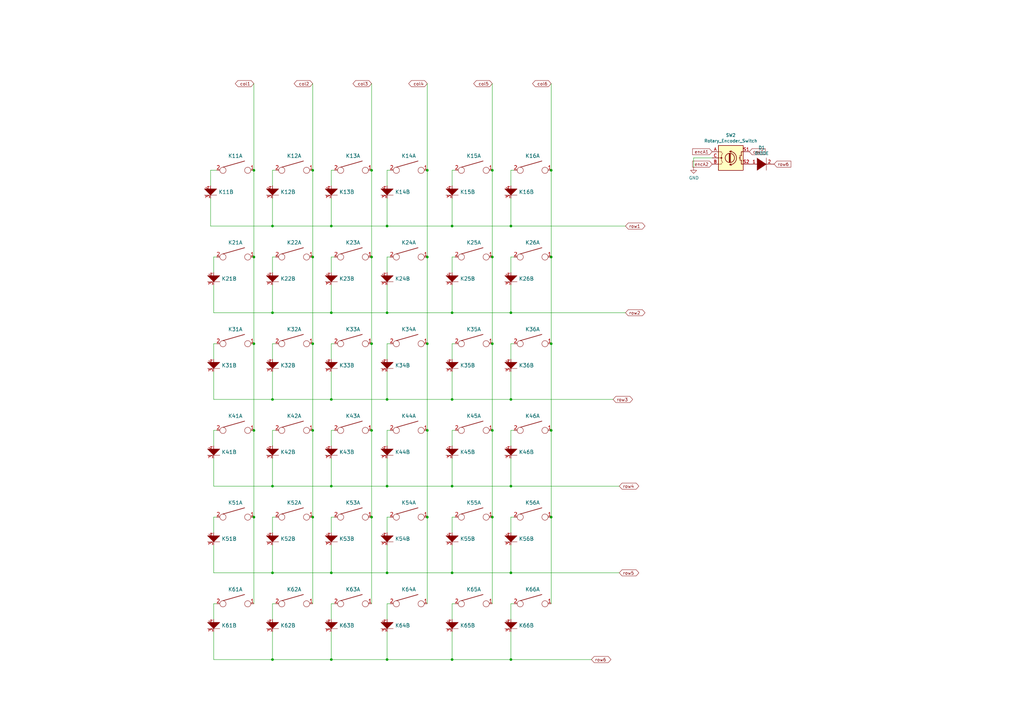
<source format=kicad_sch>
(kicad_sch (version 20211123) (generator eeschema)
  (paper "A3")
  (lib_symbols
    (symbol "Device:Rotary_Encoder_Switch" (pin_names (offset 0.254) hide)
      (property "Reference" "SW" (at 0 6.604 0))
      (property "Value" "Device_Rotary_Encoder_Switch" (at 0 -6.604 0))
      (symbol "Rotary_Encoder_Switch_0_1"
        (rectangle (start -5.08 5.08) (end 5.08 -5.08) (stroke (width 0.254)) (fill (type background)))
        (circle (center -3.81 0) (radius 0.254) (fill (type outline)))
        (arc (start -0.381 -2.794) (mid 2.3622 -0.0635) (end -0.381 2.667) (stroke (width 0.254)))
        (circle (center -0.381 0) (radius 1.905) (stroke (width 0.254)))
        (polyline (pts (xy -0.635 -1.778) (xy -0.635 1.778)) (stroke (width 0.254)))
        (polyline (pts (xy -0.381 -1.778) (xy -0.381 1.778)) (stroke (width 0.254)))
        (polyline (pts (xy -0.127 1.778) (xy -0.127 -1.778)) (stroke (width 0.254)))
        (polyline (pts (xy 3.81 0) (xy 3.429 0)) (stroke (width 0.254)))
        (polyline (pts (xy 3.81 1.016) (xy 3.81 -1.016)) (stroke (width 0.254)))
        (polyline (pts (xy -5.08 -2.54) (xy -3.81 -2.54) (xy -3.81 -2.032)))
        (polyline (pts (xy -5.08 2.54) (xy -3.81 2.54) (xy -3.81 2.032)))
        (polyline (pts (xy 0.254 -3.048) (xy -0.508 -2.794) (xy 0.127 -2.413)) (stroke (width 0.254)))
        (polyline (pts (xy 0.254 2.921) (xy -0.508 2.667) (xy 0.127 2.286)) (stroke (width 0.254)))
        (polyline (pts (xy 5.08 -2.54) (xy 4.318 -2.54) (xy 4.318 -1.016)) (stroke (width 0.254)))
        (polyline (pts (xy 5.08 2.54) (xy 4.318 2.54) (xy 4.318 1.016)) (stroke (width 0.254)))
        (polyline (pts (xy -5.08 0) (xy -3.81 0) (xy -3.81 -1.016) (xy -3.302 -2.032)))
        (polyline (pts (xy -4.318 0) (xy -3.81 0) (xy -3.81 1.016) (xy -3.302 2.032)))
        (circle (center 4.318 -1.016) (radius 0.127) (stroke (width 0.254)))
        (circle (center 4.318 1.016) (radius 0.127) (stroke (width 0.254)))
      )
      (symbol "Rotary_Encoder_Switch_1_1"
        (pin passive line (at -7.62 2.54 0) (length 2.54) (name "A") (number "A"))
        (pin passive line (at -7.62 -2.54 0) (length 2.54) (name "B") (number "B"))
        (pin passive line (at -7.62 0 0) (length 2.54) (name "C") (number "C"))
        (pin passive line (at 7.62 2.54 180) (length 2.54) (name "S1") (number "S1"))
        (pin passive line (at 7.62 -2.54 180) (length 2.54) (name "S2") (number "S2"))
      )
    )
    (symbol "power:GND" (power) (pin_names (offset 0))
      (property "Value" "GND" (at 0 -3.81 0))
      (symbol "GND_0_1"
        (polyline (pts (xy 0 0) (xy 0 -1.27) (xy 1.27 -1.27) (xy 0 -2.54) (xy -1.27 -1.27) (xy 0 -1.27)))
      )
      (symbol "GND_1_1"
        (pin power_in line (at 0 0 270) (length 0) hide (name "GND") (number "1"))
      )
    )
    (symbol "pspice:DIODE" (pin_names (offset 1.016) hide)
      (property "Reference" "D" (at 0 3.81 0))
      (property "Value" "DIODE" (at 0 -4.445 0))
      (symbol "DIODE_0_1"
        (polyline (pts (xy 1.905 2.54) (xy 1.905 -2.54)))
        (polyline (pts (xy -1.905 2.54) (xy -1.905 -2.54) (xy 1.905 0)) (fill (type outline)))
      )
      (symbol "DIODE_1_1"
        (pin input line (at -5.08 0 0) (length 3.81) (name "K") (number "1"))
        (pin input line (at 5.08 0 180) (length 3.81) (name "A") (number "2"))
      )
    )
    (symbol "vladkvit_keyb:KEYSW_RGB" (pin_names (offset 0.254))
      (property "Reference" "K?" (at -8.89 12.7 0))
      (symbol "KEYSW_RGB_1_1"
        (circle (center -6.35 0) (radius 1.27))
        (polyline (pts (xy -6.35 1.27) (xy 2.54 3.81)) (stroke (width 0.254)))
        (circle (center 3.81 0) (radius 1.27))
        (pin passive line (at 6.35 0 180) (length 1.27) (name "~") (number "1"))
        (pin passive line (at -8.89 0 0) (length 1.27) (name "~") (number "2"))
      )
      (symbol "KEYSW_RGB_2_1"
        (polyline (pts (xy -2.54 1.27) (xy 2.54 1.27)))
        (polyline (pts (xy 0 1.27) (xy -2.54 -1.27) (xy 2.54 -1.27) (xy 0 1.27)) (fill (type outline)))
        (pin passive line (at 0 2.54 270) (length 1.27) (name "~") (number "3"))
        (pin passive line (at 0 -2.54 90) (length 1.27) (name "~") (number "4"))
      )
      (symbol "KEYSW_RGB_3_0"
        (text "B" (at 0.635 -6.35 0) (effects (font (size 1.27 1.27))))
        (text "G" (at 0.635 -1.27 0) (effects (font (size 1.27 1.27))))
        (text "R" (at 0.635 3.81 0) (effects (font (size 1.27 1.27))))
      )
      (symbol "KEYSW_RGB_3_1"
        (polyline (pts (xy 0 -5.08) (xy 3.81 -5.08)))
        (polyline (pts (xy 1.27 -3.81) (xy 1.27 -6.35)) (stroke (width 0.2032)))
        (polyline (pts (xy 1.27 1.27) (xy 1.27 -1.27)) (stroke (width 0.2032)))
        (polyline (pts (xy 1.27 6.35) (xy 1.27 3.81)) (stroke (width 0.2032)))
        (polyline (pts (xy 3.81 5.08) (xy 0 5.08)))
        (polyline (pts (xy 5.08 0) (xy 0 0)))
        (polyline (pts (xy 3.81 -5.08) (xy 4.572 -5.08) (xy 4.572 5.08) (xy 3.81 5.08)))
        (polyline (pts (xy 3.81 -3.81) (xy 3.81 -6.35) (xy 1.27 -5.08) (xy 3.81 -3.81)) (stroke (width 0.2032)))
        (polyline (pts (xy 3.81 1.27) (xy 3.81 -1.27) (xy 1.27 0) (xy 3.81 1.27)) (stroke (width 0.2032)))
        (polyline (pts (xy 3.81 6.35) (xy 3.81 3.81) (xy 1.27 5.08) (xy 3.81 6.35)) (stroke (width 0.2032)))
        (polyline (pts (xy 1.524 -3.81) (xy 3.048 -2.286) (xy 2.286 -2.286) (xy 3.048 -2.286) (xy 3.048 -3.048)))
        (polyline (pts (xy 1.524 1.27) (xy 3.048 2.794) (xy 2.286 2.794) (xy 3.048 2.794) (xy 3.048 2.032)))
        (polyline (pts (xy 1.524 6.35) (xy 3.048 7.874) (xy 2.286 7.874) (xy 3.048 7.874) (xy 3.048 7.112)))
        (polyline (pts (xy 2.54 -3.81) (xy 4.064 -2.286) (xy 3.302 -2.286) (xy 4.064 -2.286) (xy 4.064 -3.048)))
        (polyline (pts (xy 2.54 1.27) (xy 4.064 2.794) (xy 3.302 2.794) (xy 4.064 2.794) (xy 4.064 2.032)))
        (polyline (pts (xy 2.54 6.35) (xy 4.064 7.874) (xy 3.302 7.874) (xy 4.064 7.874) (xy 4.064 7.112)))
        (rectangle (start 3.81 6.35) (end 3.81 6.35))
        (circle (center 4.572 0) (radius 0.254) (fill (type outline)))
        (rectangle (start 5.334 8.382) (end -0.254 -7.62) (stroke (width 0.254)) (fill (type background)))
        (pin passive line (at 7.62 0 180) (length 2.54) (name "A") (number "5"))
        (pin passive line (at -2.54 5.08 0) (length 2.54) (name "RK") (number "6"))
        (pin passive line (at -2.54 0 0) (length 2.54) (name "GK") (number "7"))
        (pin passive line (at -2.54 -5.08 0) (length 2.54) (name "BK") (number "8"))
      )
    )
  )
  (junction (at 104.14 212.09))
  (junction (at 175.26 69.85))
  (junction (at 226.06 176.53))
  (junction (at 175.26 105.41))
  (junction (at 111.76 92.71))
  (junction (at 158.75 163.83))
  (junction (at 152.4 69.85))
  (junction (at 104.14 140.97))
  (junction (at 152.4 212.09))
  (junction (at 128.27 212.09))
  (junction (at 135.89 128.27))
  (junction (at 226.06 105.41))
  (junction (at 209.55 163.83))
  (junction (at 128.27 69.85))
  (junction (at 111.76 163.83))
  (junction (at 128.27 176.53))
  (junction (at 158.75 92.71))
  (junction (at 152.4 176.53))
  (junction (at 185.42 270.51))
  (junction (at 209.55 92.71))
  (junction (at 185.42 163.83))
  (junction (at 158.75 199.39))
  (junction (at 158.75 234.95))
  (junction (at 209.55 128.27))
  (junction (at 158.75 128.27))
  (junction (at 201.93 176.53))
  (junction (at 209.55 234.95))
  (junction (at 111.76 128.27))
  (junction (at 209.55 270.51))
  (junction (at 201.93 69.85))
  (junction (at 209.55 199.39))
  (junction (at 175.26 176.53))
  (junction (at 135.89 270.51))
  (junction (at 135.89 92.71))
  (junction (at 111.76 234.95))
  (junction (at 135.89 199.39))
  (junction (at 128.27 140.97))
  (junction (at 185.42 92.71))
  (junction (at 135.89 234.95))
  (junction (at 111.76 199.39))
  (junction (at 201.93 105.41))
  (junction (at 226.06 69.85))
  (junction (at 175.26 140.97))
  (junction (at 152.4 105.41))
  (junction (at 135.89 163.83))
  (junction (at 201.93 212.09))
  (junction (at 226.06 212.09))
  (junction (at 185.42 234.95))
  (junction (at 185.42 199.39))
  (junction (at 128.27 105.41))
  (junction (at 104.14 69.85))
  (junction (at 111.76 270.51))
  (junction (at 185.42 128.27))
  (junction (at 201.93 140.97))
  (junction (at 152.4 140.97))
  (junction (at 104.14 105.41))
  (junction (at 175.26 212.09))
  (junction (at 226.06 140.97))
  (junction (at 104.14 176.53))
  (junction (at 158.75 270.51))
  (wire (pts (xy 209.55 247.65) (xy 210.82 247.65)))
  (wire (pts (xy 111.76 147.32) (xy 111.76 140.97)))
  (wire (pts (xy 209.55 182.88) (xy 209.55 176.53)))
  (wire (pts (xy 226.06 176.53) (xy 226.06 140.97)))
  (wire (pts (xy 185.42 92.71) (xy 209.55 92.71)))
  (wire (pts (xy 87.63 105.41) (xy 88.9 105.41)))
  (wire (pts (xy 209.55 259.08) (xy 209.55 270.51)))
  (wire (pts (xy 135.89 147.32) (xy 135.89 140.97)))
  (wire (pts (xy 87.63 176.53) (xy 88.9 176.53)))
  (wire (pts (xy 135.89 69.85) (xy 137.16 69.85)))
  (wire (pts (xy 128.27 212.09) (xy 128.27 176.53)))
  (wire (pts (xy 135.89 163.83) (xy 158.75 163.83)))
  (wire (pts (xy 158.75 254) (xy 158.75 247.65)))
  (wire (pts (xy 209.55 140.97) (xy 210.82 140.97)))
  (wire (pts (xy 135.89 128.27) (xy 158.75 128.27)))
  (wire (pts (xy 111.76 218.44) (xy 111.76 212.09)))
  (wire (pts (xy 104.14 212.09) (xy 104.14 176.53)))
  (wire (pts (xy 209.55 128.27) (xy 256.54 128.27)))
  (wire (pts (xy 111.76 76.2) (xy 111.76 69.85)))
  (wire (pts (xy 209.55 81.28) (xy 209.55 92.71)))
  (wire (pts (xy 158.75 176.53) (xy 160.02 176.53)))
  (wire (pts (xy 175.26 105.41) (xy 175.26 69.85)))
  (wire (pts (xy 87.63 254) (xy 87.63 247.65)))
  (wire (pts (xy 158.75 234.95) (xy 185.42 234.95)))
  (wire (pts (xy 226.06 69.85) (xy 226.06 34.29)))
  (wire (pts (xy 226.06 247.65) (xy 226.06 212.09)))
  (wire (pts (xy 86.36 92.71) (xy 111.76 92.71)))
  (wire (pts (xy 111.76 81.28) (xy 111.76 92.71)))
  (wire (pts (xy 185.42 152.4) (xy 185.42 163.83)))
  (wire (pts (xy 158.75 182.88) (xy 158.75 176.53)))
  (wire (pts (xy 209.55 76.2) (xy 209.55 69.85)))
  (wire (pts (xy 209.55 176.53) (xy 210.82 176.53)))
  (wire (pts (xy 87.63 140.97) (xy 88.9 140.97)))
  (wire (pts (xy 86.36 81.28) (xy 86.36 92.71)))
  (wire (pts (xy 135.89 176.53) (xy 137.16 176.53)))
  (wire (pts (xy 185.42 116.84) (xy 185.42 128.27)))
  (wire (pts (xy 135.89 218.44) (xy 135.89 212.09)))
  (wire (pts (xy 209.55 212.09) (xy 210.82 212.09)))
  (wire (pts (xy 135.89 199.39) (xy 158.75 199.39)))
  (wire (pts (xy 87.63 147.32) (xy 87.63 140.97)))
  (wire (pts (xy 135.89 92.71) (xy 158.75 92.71)))
  (wire (pts (xy 185.42 218.44) (xy 185.42 212.09)))
  (wire (pts (xy 111.76 92.71) (xy 135.89 92.71)))
  (wire (pts (xy 111.76 152.4) (xy 111.76 163.83)))
  (wire (pts (xy 185.42 247.65) (xy 186.69 247.65)))
  (wire (pts (xy 292.1 64.77) (xy 284.48 64.77)))
  (wire (pts (xy 185.42 128.27) (xy 209.55 128.27)))
  (wire (pts (xy 201.93 212.09) (xy 201.93 176.53)))
  (wire (pts (xy 111.76 254) (xy 111.76 247.65)))
  (wire (pts (xy 185.42 105.41) (xy 186.69 105.41)))
  (wire (pts (xy 87.63 152.4) (xy 87.63 163.83)))
  (wire (pts (xy 128.27 247.65) (xy 128.27 212.09)))
  (wire (pts (xy 209.55 223.52) (xy 209.55 234.95)))
  (wire (pts (xy 87.63 259.08) (xy 87.63 270.51)))
  (wire (pts (xy 87.63 182.88) (xy 87.63 176.53)))
  (wire (pts (xy 175.26 176.53) (xy 175.26 140.97)))
  (wire (pts (xy 135.89 76.2) (xy 135.89 69.85)))
  (wire (pts (xy 209.55 270.51) (xy 242.57 270.51)))
  (wire (pts (xy 111.76 234.95) (xy 135.89 234.95)))
  (wire (pts (xy 135.89 254) (xy 135.89 247.65)))
  (wire (pts (xy 135.89 270.51) (xy 158.75 270.51)))
  (wire (pts (xy 209.55 199.39) (xy 254 199.39)))
  (wire (pts (xy 87.63 128.27) (xy 111.76 128.27)))
  (wire (pts (xy 135.89 247.65) (xy 137.16 247.65)))
  (wire (pts (xy 128.27 105.41) (xy 128.27 69.85)))
  (wire (pts (xy 158.75 270.51) (xy 185.42 270.51)))
  (wire (pts (xy 135.89 111.76) (xy 135.89 105.41)))
  (wire (pts (xy 87.63 116.84) (xy 87.63 128.27)))
  (wire (pts (xy 111.76 116.84) (xy 111.76 128.27)))
  (wire (pts (xy 185.42 199.39) (xy 209.55 199.39)))
  (wire (pts (xy 104.14 176.53) (xy 104.14 140.97)))
  (wire (pts (xy 185.42 111.76) (xy 185.42 105.41)))
  (wire (pts (xy 201.93 140.97) (xy 201.93 105.41)))
  (wire (pts (xy 226.06 212.09) (xy 226.06 176.53)))
  (wire (pts (xy 158.75 76.2) (xy 158.75 69.85)))
  (wire (pts (xy 152.4 69.85) (xy 152.4 34.29)))
  (wire (pts (xy 185.42 81.28) (xy 185.42 92.71)))
  (wire (pts (xy 185.42 140.97) (xy 186.69 140.97)))
  (wire (pts (xy 158.75 147.32) (xy 158.75 140.97)))
  (wire (pts (xy 158.75 163.83) (xy 185.42 163.83)))
  (wire (pts (xy 158.75 81.28) (xy 158.75 92.71)))
  (wire (pts (xy 135.89 105.41) (xy 137.16 105.41)))
  (wire (pts (xy 135.89 116.84) (xy 135.89 128.27)))
  (wire (pts (xy 158.75 111.76) (xy 158.75 105.41)))
  (wire (pts (xy 209.55 152.4) (xy 209.55 163.83)))
  (wire (pts (xy 158.75 223.52) (xy 158.75 234.95)))
  (wire (pts (xy 185.42 234.95) (xy 209.55 234.95)))
  (wire (pts (xy 87.63 234.95) (xy 111.76 234.95)))
  (wire (pts (xy 135.89 212.09) (xy 137.16 212.09)))
  (wire (pts (xy 128.27 176.53) (xy 128.27 140.97)))
  (wire (pts (xy 209.55 92.71) (xy 256.54 92.71)))
  (wire (pts (xy 175.26 69.85) (xy 175.26 34.29)))
  (wire (pts (xy 111.76 128.27) (xy 135.89 128.27)))
  (wire (pts (xy 175.26 247.65) (xy 175.26 212.09)))
  (wire (pts (xy 201.93 105.41) (xy 201.93 69.85)))
  (wire (pts (xy 104.14 105.41) (xy 104.14 69.85)))
  (wire (pts (xy 175.26 212.09) (xy 175.26 176.53)))
  (wire (pts (xy 158.75 187.96) (xy 158.75 199.39)))
  (wire (pts (xy 128.27 140.97) (xy 128.27 105.41)))
  (wire (pts (xy 111.76 270.51) (xy 135.89 270.51)))
  (wire (pts (xy 158.75 218.44) (xy 158.75 212.09)))
  (wire (pts (xy 111.76 247.65) (xy 113.03 247.65)))
  (wire (pts (xy 152.4 105.41) (xy 152.4 69.85)))
  (wire (pts (xy 158.75 259.08) (xy 158.75 270.51)))
  (wire (pts (xy 87.63 218.44) (xy 87.63 212.09)))
  (wire (pts (xy 135.89 234.95) (xy 158.75 234.95)))
  (wire (pts (xy 111.76 105.41) (xy 113.03 105.41)))
  (wire (pts (xy 185.42 69.85) (xy 186.69 69.85)))
  (wire (pts (xy 128.27 69.85) (xy 128.27 34.29)))
  (wire (pts (xy 135.89 152.4) (xy 135.89 163.83)))
  (wire (pts (xy 111.76 182.88) (xy 111.76 176.53)))
  (wire (pts (xy 135.89 182.88) (xy 135.89 176.53)))
  (wire (pts (xy 158.75 69.85) (xy 160.02 69.85)))
  (wire (pts (xy 209.55 254) (xy 209.55 247.65)))
  (wire (pts (xy 185.42 182.88) (xy 185.42 176.53)))
  (wire (pts (xy 87.63 212.09) (xy 88.9 212.09)))
  (wire (pts (xy 111.76 223.52) (xy 111.76 234.95)))
  (wire (pts (xy 185.42 259.08) (xy 185.42 270.51)))
  (wire (pts (xy 185.42 147.32) (xy 185.42 140.97)))
  (wire (pts (xy 201.93 176.53) (xy 201.93 140.97)))
  (wire (pts (xy 158.75 199.39) (xy 185.42 199.39)))
  (wire (pts (xy 111.76 163.83) (xy 135.89 163.83)))
  (wire (pts (xy 284.48 64.77) (xy 284.48 68.58)))
  (wire (pts (xy 209.55 187.96) (xy 209.55 199.39)))
  (wire (pts (xy 152.4 176.53) (xy 152.4 212.09)))
  (wire (pts (xy 209.55 105.41) (xy 210.82 105.41)))
  (wire (pts (xy 104.14 140.97) (xy 104.14 105.41)))
  (wire (pts (xy 88.9 69.85) (xy 86.36 69.85)))
  (wire (pts (xy 185.42 270.51) (xy 209.55 270.51)))
  (wire (pts (xy 135.89 187.96) (xy 135.89 199.39)))
  (wire (pts (xy 209.55 69.85) (xy 210.82 69.85)))
  (wire (pts (xy 86.36 69.85) (xy 86.36 76.2)))
  (wire (pts (xy 185.42 163.83) (xy 209.55 163.83)))
  (wire (pts (xy 226.06 105.41) (xy 226.06 69.85)))
  (wire (pts (xy 111.76 111.76) (xy 111.76 105.41)))
  (wire (pts (xy 158.75 92.71) (xy 185.42 92.71)))
  (wire (pts (xy 87.63 223.52) (xy 87.63 234.95)))
  (wire (pts (xy 111.76 199.39) (xy 135.89 199.39)))
  (wire (pts (xy 185.42 76.2) (xy 185.42 69.85)))
  (wire (pts (xy 185.42 254) (xy 185.42 247.65)))
  (wire (pts (xy 111.76 140.97) (xy 113.03 140.97)))
  (wire (pts (xy 87.63 270.51) (xy 111.76 270.51)))
  (wire (pts (xy 87.63 247.65) (xy 88.9 247.65)))
  (wire (pts (xy 201.93 247.65) (xy 201.93 212.09)))
  (wire (pts (xy 209.55 147.32) (xy 209.55 140.97)))
  (wire (pts (xy 87.63 187.96) (xy 87.63 199.39)))
  (wire (pts (xy 111.76 212.09) (xy 113.03 212.09)))
  (wire (pts (xy 104.14 69.85) (xy 104.14 34.29)))
  (wire (pts (xy 209.55 116.84) (xy 209.55 128.27)))
  (wire (pts (xy 152.4 140.97) (xy 152.4 176.53)))
  (wire (pts (xy 185.42 187.96) (xy 185.42 199.39)))
  (wire (pts (xy 87.63 199.39) (xy 111.76 199.39)))
  (wire (pts (xy 135.89 140.97) (xy 137.16 140.97)))
  (wire (pts (xy 158.75 128.27) (xy 185.42 128.27)))
  (wire (pts (xy 135.89 81.28) (xy 135.89 92.71)))
  (wire (pts (xy 158.75 212.09) (xy 160.02 212.09)))
  (wire (pts (xy 152.4 212.09) (xy 152.4 247.65)))
  (wire (pts (xy 111.76 187.96) (xy 111.76 199.39)))
  (wire (pts (xy 158.75 116.84) (xy 158.75 128.27)))
  (wire (pts (xy 87.63 111.76) (xy 87.63 105.41)))
  (wire (pts (xy 158.75 152.4) (xy 158.75 163.83)))
  (wire (pts (xy 175.26 140.97) (xy 175.26 105.41)))
  (wire (pts (xy 158.75 105.41) (xy 160.02 105.41)))
  (wire (pts (xy 158.75 140.97) (xy 160.02 140.97)))
  (wire (pts (xy 201.93 69.85) (xy 201.93 34.29)))
  (wire (pts (xy 226.06 140.97) (xy 226.06 105.41)))
  (wire (pts (xy 158.75 247.65) (xy 160.02 247.65)))
  (wire (pts (xy 185.42 176.53) (xy 186.69 176.53)))
  (wire (pts (xy 104.14 247.65) (xy 104.14 212.09)))
  (wire (pts (xy 185.42 223.52) (xy 185.42 234.95)))
  (wire (pts (xy 209.55 218.44) (xy 209.55 212.09)))
  (wire (pts (xy 209.55 111.76) (xy 209.55 105.41)))
  (wire (pts (xy 135.89 259.08) (xy 135.89 270.51)))
  (wire (pts (xy 209.55 163.83) (xy 251.46 163.83)))
  (wire (pts (xy 87.63 163.83) (xy 111.76 163.83)))
  (wire (pts (xy 111.76 259.08) (xy 111.76 270.51)))
  (wire (pts (xy 152.4 105.41) (xy 152.4 140.97)))
  (wire (pts (xy 135.89 223.52) (xy 135.89 234.95)))
  (wire (pts (xy 111.76 176.53) (xy 113.03 176.53)))
  (wire (pts (xy 185.42 212.09) (xy 186.69 212.09)))
  (wire (pts (xy 209.55 234.95) (xy 254 234.95)))
  (wire (pts (xy 111.76 69.85) (xy 113.03 69.85)))
  (global_label "row3" (shape bidirectional) (at 251.46 163.83 0) (property "Intersheet References" "${INTERSHEET_REFS}" (effects hide)))
  (global_label "col1" (shape bidirectional) (at 104.14 34.29 180) (property "Intersheet References" "${INTERSHEET_REFS}" (effects hide)))
  (global_label "row4" (shape bidirectional) (at 254 199.39 0) (property "Intersheet References" "${INTERSHEET_REFS}" (effects hide)))
  (global_label "col7" (shape input) (at 307.34 62.23 0) (property "Intersheet References" "${INTERSHEET_REFS}" (effects hide)))
  (global_label "row2" (shape bidirectional) (at 256.54 128.27 0) (property "Intersheet References" "${INTERSHEET_REFS}" (effects hide)))
  (global_label "col3" (shape bidirectional) (at 152.4 34.29 180) (property "Intersheet References" "${INTERSHEET_REFS}" (effects hide)))
  (global_label "col5" (shape bidirectional) (at 201.93 34.29 180) (property "Intersheet References" "${INTERSHEET_REFS}" (effects hide)))
  (global_label "col6" (shape bidirectional) (at 226.06 34.29 180) (property "Intersheet References" "${INTERSHEET_REFS}" (effects hide)))
  (global_label "row6" (shape input) (at 317.5 67.31 0) (property "Intersheet References" "${INTERSHEET_REFS}" (effects hide)))
  (global_label "encA2" (shape input) (at 292.1 67.31 180) (property "Intersheet References" "${INTERSHEET_REFS}" (effects hide)))
  (global_label "col4" (shape bidirectional) (at 175.26 34.29 180) (property "Intersheet References" "${INTERSHEET_REFS}" (effects hide)))
  (global_label "col2" (shape bidirectional) (at 128.27 34.29 180) (property "Intersheet References" "${INTERSHEET_REFS}" (effects hide)))
  (global_label "row5" (shape bidirectional) (at 254 234.95 0) (property "Intersheet References" "${INTERSHEET_REFS}" (effects hide)))
  (global_label "row6" (shape bidirectional) (at 242.57 270.51 0) (property "Intersheet References" "${INTERSHEET_REFS}" (effects hide)))
  (global_label "row1" (shape bidirectional) (at 256.54 92.71 0) (property "Intersheet References" "${INTERSHEET_REFS}" (effects hide)))
  (global_label "encA1" (shape input) (at 292.1 62.23 180) (property "Intersheet References" "${INTERSHEET_REFS}" (effects hide)))
  (symbol (lib_id "vladkvit_keyb:KEYSW_RGB") (at 97.79 69.85 0) (unit 1)
    (property "Reference" "K11" (at 96.52 63.9318 0) (effects (font (size 1.524 1.524))))
    (property "Value" "KEYSW_RGB" (effects hide))
    (property "Footprint" "vladkvit_keyb:Hybrid_PCB_150H_hotswap_diode_RGB_rot" (effects hide))
  )
  (symbol (lib_id "vladkvit_keyb:KEYSW_RGB") (at 86.36 78.74 180) (unit 2)
    (property "Reference" "K11" (at 89.6112 78.74 0) (effects (font (size 1.524 1.524)) (justify right)))
    (property "Value" "KEYSW_RGB" (effects hide))
    (property "Footprint" "vladkvit_keyb:Hybrid_PCB_150H_hotswap_diode_RGB_rot" (effects hide))
  )
  (symbol (lib_id "vladkvit_keyb:KEYSW_RGB") (at 121.92 69.85 0) (unit 1)
    (property "Reference" "K12" (at 120.65 63.9318 0) (effects (font (size 1.524 1.524))))
    (property "Value" "KEYSW_RGB" (effects hide))
    (property "Footprint" "vladkvit_keyb:Hybrid_PCB_100H_hotswap_diode_RGB_rot" (effects hide))
  )
  (symbol (lib_id "vladkvit_keyb:KEYSW_RGB") (at 111.76 78.74 180) (unit 2)
    (property "Reference" "K12" (at 115.0112 78.74 0) (effects (font (size 1.524 1.524)) (justify right)))
    (property "Value" "KEYSW_RGB" (effects hide))
    (property "Footprint" "vladkvit_keyb:Hybrid_PCB_100H_hotswap_diode_RGB_rot" (effects hide))
  )
  (symbol (lib_id "vladkvit_keyb:KEYSW_RGB") (at 146.05 69.85 0) (unit 1)
    (property "Reference" "K13" (at 144.78 63.9318 0) (effects (font (size 1.524 1.524))))
    (property "Value" "KEYSW_RGB" (effects hide))
    (property "Footprint" "vladkvit_keyb:Hybrid_PCB_100H_hotswap_diode_RGB_rot" (effects hide))
  )
  (symbol (lib_id "vladkvit_keyb:KEYSW_RGB") (at 135.89 78.74 180) (unit 2)
    (property "Reference" "K13" (at 139.1412 78.74 0) (effects (font (size 1.524 1.524)) (justify right)))
    (property "Value" "KEYSW_RGB" (effects hide))
    (property "Footprint" "vladkvit_keyb:Hybrid_PCB_100H_hotswap_diode_RGB_rot" (effects hide))
  )
  (symbol (lib_id "vladkvit_keyb:KEYSW_RGB") (at 168.91 69.85 0) (unit 1)
    (property "Reference" "K14" (at 167.64 63.9318 0) (effects (font (size 1.524 1.524))))
    (property "Value" "KEYSW_RGB" (effects hide))
    (property "Footprint" "vladkvit_keyb:Hybrid_PCB_100H_hotswap_diode_RGB_rot" (effects hide))
  )
  (symbol (lib_id "vladkvit_keyb:KEYSW_RGB") (at 158.75 78.74 180) (unit 2)
    (property "Reference" "K14" (at 162.0012 78.74 0) (effects (font (size 1.524 1.524)) (justify right)))
    (property "Value" "KEYSW_RGB" (effects hide))
    (property "Footprint" "vladkvit_keyb:Hybrid_PCB_100H_hotswap_diode_RGB_rot" (effects hide))
  )
  (symbol (lib_id "vladkvit_keyb:KEYSW_RGB") (at 195.58 69.85 0) (unit 1)
    (property "Reference" "K15" (at 194.31 63.9318 0) (effects (font (size 1.524 1.524))))
    (property "Value" "KEYSW_RGB" (effects hide))
    (property "Footprint" "vladkvit_keyb:Hybrid_PCB_100H_hotswap_diode_RGB_rot" (effects hide))
  )
  (symbol (lib_id "vladkvit_keyb:KEYSW_RGB") (at 185.42 78.74 180) (unit 2)
    (property "Reference" "K15" (at 188.6712 78.74 0) (effects (font (size 1.524 1.524)) (justify right)))
    (property "Value" "KEYSW_RGB" (effects hide))
    (property "Footprint" "vladkvit_keyb:Hybrid_PCB_100H_hotswap_diode_RGB_rot" (effects hide))
  )
  (symbol (lib_id "vladkvit_keyb:KEYSW_RGB") (at 219.71 69.85 0) (unit 1)
    (property "Reference" "K16" (at 218.44 63.9318 0) (effects (font (size 1.524 1.524))))
    (property "Value" "KEYSW_RGB" (effects hide))
    (property "Footprint" "vladkvit_keyb:Hybrid_PCB_100H_hotswap_diode_RGB_rot" (effects hide))
  )
  (symbol (lib_id "vladkvit_keyb:KEYSW_RGB") (at 209.55 78.74 180) (unit 2)
    (property "Reference" "K16" (at 212.8012 78.74 0) (effects (font (size 1.524 1.524)) (justify right)))
    (property "Value" "KEYSW_RGB" (effects hide))
    (property "Footprint" "vladkvit_keyb:Hybrid_PCB_100H_hotswap_diode_RGB_rot" (effects hide))
  )
  (symbol (lib_id "vladkvit_keyb:KEYSW_RGB") (at 97.79 105.41 0) (unit 1)
    (property "Reference" "K21" (at 96.52 99.4918 0) (effects (font (size 1.524 1.524))))
    (property "Value" "KEYSW_RGB" (effects hide))
    (property "Footprint" "vladkvit_keyb:Hybrid_PCB_150H_hotswap_diode_RGB_rot" (effects hide))
  )
  (symbol (lib_id "vladkvit_keyb:KEYSW_RGB") (at 87.63 114.3 180) (unit 2)
    (property "Reference" "K21" (at 90.8812 114.3 0) (effects (font (size 1.524 1.524)) (justify right)))
    (property "Value" "KEYSW_RGB" (effects hide))
    (property "Footprint" "vladkvit_keyb:Hybrid_PCB_150H_hotswap_diode_RGB_rot" (effects hide))
  )
  (symbol (lib_id "vladkvit_keyb:KEYSW_RGB") (at 121.92 105.41 0) (unit 1)
    (property "Reference" "K22" (at 120.65 99.4918 0) (effects (font (size 1.524 1.524))))
    (property "Value" "KEYSW_RGB" (effects hide))
    (property "Footprint" "vladkvit_keyb:Hybrid_PCB_100H_hotswap_diode_RGB_rot" (effects hide))
  )
  (symbol (lib_id "vladkvit_keyb:KEYSW_RGB") (at 111.76 114.3 180) (unit 2)
    (property "Reference" "K22" (at 115.0112 114.3 0) (effects (font (size 1.524 1.524)) (justify right)))
    (property "Value" "KEYSW_RGB" (effects hide))
    (property "Footprint" "vladkvit_keyb:Hybrid_PCB_100H_hotswap_diode_RGB_rot" (effects hide))
  )
  (symbol (lib_id "vladkvit_keyb:KEYSW_RGB") (at 146.05 105.41 0) (unit 1)
    (property "Reference" "K23" (at 144.78 99.4918 0) (effects (font (size 1.524 1.524))))
    (property "Value" "KEYSW_RGB" (effects hide))
    (property "Footprint" "vladkvit_keyb:Hybrid_PCB_100H_hotswap_diode_RGB_rot" (effects hide))
  )
  (symbol (lib_id "vladkvit_keyb:KEYSW_RGB") (at 135.89 114.3 180) (unit 2)
    (property "Reference" "K23" (at 139.1412 114.3 0) (effects (font (size 1.524 1.524)) (justify right)))
    (property "Value" "KEYSW_RGB" (effects hide))
    (property "Footprint" "vladkvit_keyb:Hybrid_PCB_100H_hotswap_diode_RGB_rot" (effects hide))
  )
  (symbol (lib_id "vladkvit_keyb:KEYSW_RGB") (at 168.91 105.41 0) (unit 1)
    (property "Reference" "K24" (at 167.64 99.4918 0) (effects (font (size 1.524 1.524))))
    (property "Value" "KEYSW_RGB" (effects hide))
    (property "Footprint" "vladkvit_keyb:Hybrid_PCB_100H_hotswap_diode_RGB_rot" (effects hide))
  )
  (symbol (lib_id "vladkvit_keyb:KEYSW_RGB") (at 158.75 114.3 180) (unit 2)
    (property "Reference" "K24" (at 162.0012 114.3 0) (effects (font (size 1.524 1.524)) (justify right)))
    (property "Value" "KEYSW_RGB" (effects hide))
    (property "Footprint" "vladkvit_keyb:Hybrid_PCB_100H_hotswap_diode_RGB_rot" (effects hide))
  )
  (symbol (lib_id "vladkvit_keyb:KEYSW_RGB") (at 195.58 105.41 0) (unit 1)
    (property "Reference" "K25" (at 194.31 99.4918 0) (effects (font (size 1.524 1.524))))
    (property "Value" "KEYSW_RGB" (effects hide))
    (property "Footprint" "vladkvit_keyb:Hybrid_PCB_100H_hotswap_diode_RGB_rot" (effects hide))
  )
  (symbol (lib_id "vladkvit_keyb:KEYSW_RGB") (at 185.42 114.3 180) (unit 2)
    (property "Reference" "K25" (at 188.6712 114.3 0) (effects (font (size 1.524 1.524)) (justify right)))
    (property "Value" "KEYSW_RGB" (effects hide))
    (property "Footprint" "vladkvit_keyb:Hybrid_PCB_100H_hotswap_diode_RGB_rot" (effects hide))
  )
  (symbol (lib_id "vladkvit_keyb:KEYSW_RGB") (at 219.71 105.41 0) (unit 1)
    (property "Reference" "K26" (at 218.44 99.4918 0) (effects (font (size 1.524 1.524))))
    (property "Value" "KEYSW_RGB" (effects hide))
    (property "Footprint" "vladkvit_keyb:Hybrid_PCB_100H_hotswap_diode_RGB_rot" (effects hide))
  )
  (symbol (lib_id "vladkvit_keyb:KEYSW_RGB") (at 209.55 114.3 180) (unit 2)
    (property "Reference" "K26" (at 212.8012 114.3 0) (effects (font (size 1.524 1.524)) (justify right)))
    (property "Value" "KEYSW_RGB" (effects hide))
    (property "Footprint" "vladkvit_keyb:Hybrid_PCB_100H_hotswap_diode_RGB_rot" (effects hide))
  )
  (symbol (lib_id "vladkvit_keyb:KEYSW_RGB") (at 97.79 140.97 0) (unit 1)
    (property "Reference" "K31" (at 96.52 135.0518 0) (effects (font (size 1.524 1.524))))
    (property "Value" "KEYSW_RGB" (effects hide))
    (property "Footprint" "vladkvit_keyb:Hybrid_PCB_150H_hotswap_diode_RGB_rot" (effects hide))
  )
  (symbol (lib_id "vladkvit_keyb:KEYSW_RGB") (at 87.63 149.86 180) (unit 2)
    (property "Reference" "K31" (at 90.8812 149.86 0) (effects (font (size 1.524 1.524)) (justify right)))
    (property "Value" "KEYSW_RGB" (effects hide))
    (property "Footprint" "vladkvit_keyb:Hybrid_PCB_150H_hotswap_diode_RGB_rot" (effects hide))
  )
  (symbol (lib_id "vladkvit_keyb:KEYSW_RGB") (at 97.79 176.53 0) (unit 1)
    (property "Reference" "K41" (at 96.52 170.6118 0) (effects (font (size 1.524 1.524))))
    (property "Value" "KEYSW_RGB" (effects hide))
    (property "Footprint" "vladkvit_keyb:Hybrid_PCB_150H_hotswap_diode_RGB_rot" (effects hide))
  )
  (symbol (lib_id "vladkvit_keyb:KEYSW_RGB") (at 87.63 185.42 180) (unit 2)
    (property "Reference" "K41" (at 90.8812 185.42 0) (effects (font (size 1.524 1.524)) (justify right)))
    (property "Value" "KEYSW_RGB" (effects hide))
    (property "Footprint" "vladkvit_keyb:Hybrid_PCB_150H_hotswap_diode_RGB_rot" (effects hide))
  )
  (symbol (lib_id "vladkvit_keyb:KEYSW_RGB") (at 121.92 140.97 0) (unit 1)
    (property "Reference" "K32" (at 120.65 135.0518 0) (effects (font (size 1.524 1.524))))
    (property "Value" "KEYSW_RGB" (effects hide))
    (property "Footprint" "vladkvit_keyb:Hybrid_PCB_100H_hotswap_diode_RGB_rot" (effects hide))
  )
  (symbol (lib_id "vladkvit_keyb:KEYSW_RGB") (at 111.76 149.86 180) (unit 2)
    (property "Reference" "K32" (at 115.0112 149.86 0) (effects (font (size 1.524 1.524)) (justify right)))
    (property "Value" "KEYSW_RGB" (effects hide))
    (property "Footprint" "vladkvit_keyb:Hybrid_PCB_100H_hotswap_diode_RGB_rot" (effects hide))
  )
  (symbol (lib_id "vladkvit_keyb:KEYSW_RGB") (at 146.05 140.97 0) (unit 1)
    (property "Reference" "K33" (at 144.78 135.0518 0) (effects (font (size 1.524 1.524))))
    (property "Value" "KEYSW_RGB" (effects hide))
    (property "Footprint" "vladkvit_keyb:Hybrid_PCB_100H_hotswap_diode_RGB_rot" (effects hide))
  )
  (symbol (lib_id "vladkvit_keyb:KEYSW_RGB") (at 135.89 149.86 180) (unit 2)
    (property "Reference" "K33" (at 139.1412 149.86 0) (effects (font (size 1.524 1.524)) (justify right)))
    (property "Value" "KEYSW_RGB" (effects hide))
    (property "Footprint" "vladkvit_keyb:Hybrid_PCB_100H_hotswap_diode_RGB_rot" (effects hide))
  )
  (symbol (lib_id "vladkvit_keyb:KEYSW_RGB") (at 168.91 140.97 0) (unit 1)
    (property "Reference" "K34" (at 167.64 135.0518 0) (effects (font (size 1.524 1.524))))
    (property "Value" "KEYSW_RGB" (effects hide))
    (property "Footprint" "vladkvit_keyb:Hybrid_PCB_100H_hotswap_diode_RGB_rot" (effects hide))
  )
  (symbol (lib_id "vladkvit_keyb:KEYSW_RGB") (at 158.75 149.86 180) (unit 2)
    (property "Reference" "K34" (at 162.0012 149.86 0) (effects (font (size 1.524 1.524)) (justify right)))
    (property "Value" "KEYSW_RGB" (effects hide))
    (property "Footprint" "vladkvit_keyb:Hybrid_PCB_100H_hotswap_diode_RGB_rot" (effects hide))
  )
  (symbol (lib_id "vladkvit_keyb:KEYSW_RGB") (at 195.58 140.97 0) (unit 1)
    (property "Reference" "K35" (at 194.31 135.0518 0) (effects (font (size 1.524 1.524))))
    (property "Value" "KEYSW_RGB" (effects hide))
    (property "Footprint" "vladkvit_keyb:Hybrid_PCB_100H_hotswap_diode_RGB_rot" (effects hide))
  )
  (symbol (lib_id "vladkvit_keyb:KEYSW_RGB") (at 185.42 149.86 180) (unit 2)
    (property "Reference" "K35" (at 188.6712 149.86 0) (effects (font (size 1.524 1.524)) (justify right)))
    (property "Value" "KEYSW_RGB" (effects hide))
    (property "Footprint" "vladkvit_keyb:Hybrid_PCB_100H_hotswap_diode_RGB_rot" (effects hide))
  )
  (symbol (lib_id "vladkvit_keyb:KEYSW_RGB") (at 219.71 140.97 0) (unit 1)
    (property "Reference" "K36" (at 218.44 135.0518 0) (effects (font (size 1.524 1.524))))
    (property "Value" "KEYSW_RGB" (effects hide))
    (property "Footprint" "vladkvit_keyb:Hybrid_PCB_100H_hotswap_diode_RGB_rot" (effects hide))
  )
  (symbol (lib_id "vladkvit_keyb:KEYSW_RGB") (at 209.55 149.86 180) (unit 2)
    (property "Reference" "K36" (at 212.8012 149.86 0) (effects (font (size 1.524 1.524)) (justify right)))
    (property "Value" "KEYSW_RGB" (effects hide))
    (property "Footprint" "vladkvit_keyb:Hybrid_PCB_100H_hotswap_diode_RGB_rot" (effects hide))
  )
  (symbol (lib_id "vladkvit_keyb:KEYSW_RGB") (at 121.92 176.53 0) (unit 1)
    (property "Reference" "K42" (at 120.65 170.6118 0) (effects (font (size 1.524 1.524))))
    (property "Value" "KEYSW_RGB" (effects hide))
    (property "Footprint" "vladkvit_keyb:Hybrid_PCB_100H_hotswap_diode_RGB_rot" (effects hide))
  )
  (symbol (lib_id "vladkvit_keyb:KEYSW_RGB") (at 111.76 185.42 180) (unit 2)
    (property "Reference" "K42" (at 115.0112 185.42 0) (effects (font (size 1.524 1.524)) (justify right)))
    (property "Value" "KEYSW_RGB" (effects hide))
    (property "Footprint" "vladkvit_keyb:Hybrid_PCB_100H_hotswap_diode_RGB_rot" (effects hide))
  )
  (symbol (lib_id "vladkvit_keyb:KEYSW_RGB") (at 146.05 176.53 0) (unit 1)
    (property "Reference" "K43" (at 144.78 170.6118 0) (effects (font (size 1.524 1.524))))
    (property "Value" "KEYSW_RGB" (effects hide))
    (property "Footprint" "vladkvit_keyb:Hybrid_PCB_100H_hotswap_diode_RGB_rot" (effects hide))
  )
  (symbol (lib_id "vladkvit_keyb:KEYSW_RGB") (at 135.89 185.42 180) (unit 2)
    (property "Reference" "K43" (at 139.1412 185.42 0) (effects (font (size 1.524 1.524)) (justify right)))
    (property "Value" "KEYSW_RGB" (effects hide))
    (property "Footprint" "vladkvit_keyb:Hybrid_PCB_100H_hotswap_diode_RGB_rot" (effects hide))
  )
  (symbol (lib_id "vladkvit_keyb:KEYSW_RGB") (at 168.91 176.53 0) (unit 1)
    (property "Reference" "K44" (at 167.64 170.6118 0) (effects (font (size 1.524 1.524))))
    (property "Value" "KEYSW_RGB" (effects hide))
    (property "Footprint" "vladkvit_keyb:Hybrid_PCB_100H_hotswap_diode_RGB_rot" (effects hide))
  )
  (symbol (lib_id "vladkvit_keyb:KEYSW_RGB") (at 158.75 185.42 180) (unit 2)
    (property "Reference" "K44" (at 162.0012 185.42 0) (effects (font (size 1.524 1.524)) (justify right)))
    (property "Value" "KEYSW_RGB" (effects hide))
    (property "Footprint" "vladkvit_keyb:Hybrid_PCB_100H_hotswap_diode_RGB_rot" (effects hide))
  )
  (symbol (lib_id "vladkvit_keyb:KEYSW_RGB") (at 195.58 176.53 0) (unit 1)
    (property "Reference" "K45" (at 194.31 170.6118 0) (effects (font (size 1.524 1.524))))
    (property "Value" "KEYSW_RGB" (effects hide))
    (property "Footprint" "vladkvit_keyb:Hybrid_PCB_100H_hotswap_diode_RGB_rot" (effects hide))
  )
  (symbol (lib_id "vladkvit_keyb:KEYSW_RGB") (at 185.42 185.42 180) (unit 2)
    (property "Reference" "K45" (at 188.6712 185.42 0) (effects (font (size 1.524 1.524)) (justify right)))
    (property "Value" "KEYSW_RGB" (effects hide))
    (property "Footprint" "vladkvit_keyb:Hybrid_PCB_100H_hotswap_diode_RGB_rot" (effects hide))
  )
  (symbol (lib_id "vladkvit_keyb:KEYSW_RGB") (at 219.71 176.53 0) (unit 1)
    (property "Reference" "K46" (at 218.44 170.6118 0) (effects (font (size 1.524 1.524))))
    (property "Value" "KEYSW_RGB" (effects hide))
    (property "Footprint" "vladkvit_keyb:Hybrid_PCB_100H_hotswap_diode_RGB_rot" (effects hide))
  )
  (symbol (lib_id "vladkvit_keyb:KEYSW_RGB") (at 209.55 185.42 180) (unit 2)
    (property "Reference" "K46" (at 212.8012 185.42 0) (effects (font (size 1.524 1.524)) (justify right)))
    (property "Value" "KEYSW_RGB" (effects hide))
    (property "Footprint" "vladkvit_keyb:Hybrid_PCB_100H_hotswap_diode_RGB_rot" (effects hide))
  )
  (symbol (lib_id "vladkvit_keyb:KEYSW_RGB") (at 97.79 212.09 0) (unit 1)
    (property "Reference" "K51" (at 96.52 206.1718 0) (effects (font (size 1.524 1.524))))
    (property "Value" "KEYSW_RGB" (effects hide))
    (property "Footprint" "vladkvit_keyb:Hybrid_PCB_150H_hotswap_diode_RGB_rot" (effects hide))
  )
  (symbol (lib_id "vladkvit_keyb:KEYSW_RGB") (at 87.63 220.98 180) (unit 2)
    (property "Reference" "K51" (at 90.8812 220.98 0) (effects (font (size 1.524 1.524)) (justify right)))
    (property "Value" "KEYSW_RGB" (effects hide))
    (property "Footprint" "vladkvit_keyb:Hybrid_PCB_150H_hotswap_diode_RGB_rot" (effects hide))
  )
  (symbol (lib_id "vladkvit_keyb:KEYSW_RGB") (at 97.79 247.65 0) (unit 1)
    (property "Reference" "K61" (at 96.52 241.7318 0) (effects (font (size 1.524 1.524))))
    (property "Value" "KEYSW_RGB" (effects hide))
    (property "Footprint" "vladkvit_keyb:Hybrid_PCB_125H_hotswap_diode_RGB_rot" (effects hide))
  )
  (symbol (lib_id "vladkvit_keyb:KEYSW_RGB") (at 87.63 256.54 180) (unit 2)
    (property "Reference" "K61" (at 90.8812 256.54 0) (effects (font (size 1.524 1.524)) (justify right)))
    (property "Value" "KEYSW_RGB" (effects hide))
    (property "Footprint" "vladkvit_keyb:Hybrid_PCB_125H_hotswap_diode_RGB_rot" (effects hide))
  )
  (symbol (lib_id "vladkvit_keyb:KEYSW_RGB") (at 121.92 212.09 0) (unit 1)
    (property "Reference" "K52" (at 120.65 206.1718 0) (effects (font (size 1.524 1.524))))
    (property "Value" "KEYSW_RGB" (effects hide))
    (property "Footprint" "vladkvit_keyb:Hybrid_PCB_100H_hotswap_diode_RGB_rot" (effects hide))
  )
  (symbol (lib_id "vladkvit_keyb:KEYSW_RGB") (at 111.76 220.98 180) (unit 2)
    (property "Reference" "K52" (at 115.0112 220.98 0) (effects (font (size 1.524 1.524)) (justify right)))
    (property "Value" "KEYSW_RGB" (effects hide))
    (property "Footprint" "vladkvit_keyb:Hybrid_PCB_100H_hotswap_diode_RGB_rot" (effects hide))
  )
  (symbol (lib_id "vladkvit_keyb:KEYSW_RGB") (at 146.05 212.09 0) (unit 1)
    (property "Reference" "K53" (at 144.78 206.1718 0) (effects (font (size 1.524 1.524))))
    (property "Value" "KEYSW_RGB" (effects hide))
    (property "Footprint" "vladkvit_keyb:Hybrid_PCB_100H_hotswap_diode_RGB_rot" (effects hide))
  )
  (symbol (lib_id "vladkvit_keyb:KEYSW_RGB") (at 135.89 220.98 180) (unit 2)
    (property "Reference" "K53" (at 139.1412 220.98 0) (effects (font (size 1.524 1.524)) (justify right)))
    (property "Value" "KEYSW_RGB" (effects hide))
    (property "Footprint" "vladkvit_keyb:Hybrid_PCB_100H_hotswap_diode_RGB_rot" (effects hide))
  )
  (symbol (lib_id "vladkvit_keyb:KEYSW_RGB") (at 168.91 212.09 0) (unit 1)
    (property "Reference" "K54" (at 167.64 206.1718 0) (effects (font (size 1.524 1.524))))
    (property "Value" "KEYSW_RGB" (effects hide))
    (property "Footprint" "vladkvit_keyb:Hybrid_PCB_100H_hotswap_diode_RGB_rot" (effects hide))
  )
  (symbol (lib_id "vladkvit_keyb:KEYSW_RGB") (at 158.75 220.98 180) (unit 2)
    (property "Reference" "K54" (at 162.0012 220.98 0) (effects (font (size 1.524 1.524)) (justify right)))
    (property "Value" "KEYSW_RGB" (effects hide))
    (property "Footprint" "vladkvit_keyb:Hybrid_PCB_100H_hotswap_diode_RGB_rot" (effects hide))
  )
  (symbol (lib_id "vladkvit_keyb:KEYSW_RGB") (at 195.58 212.09 0) (unit 1)
    (property "Reference" "K55" (at 194.31 206.1718 0) (effects (font (size 1.524 1.524))))
    (property "Value" "KEYSW_RGB" (effects hide))
    (property "Footprint" "vladkvit_keyb:Hybrid_PCB_100H_hotswap_diode_RGB_rot" (effects hide))
  )
  (symbol (lib_id "vladkvit_keyb:KEYSW_RGB") (at 185.42 220.98 180) (unit 2)
    (property "Reference" "K55" (at 188.6712 220.98 0) (effects (font (size 1.524 1.524)) (justify right)))
    (property "Value" "KEYSW_RGB" (effects hide))
    (property "Footprint" "vladkvit_keyb:Hybrid_PCB_100H_hotswap_diode_RGB_rot" (effects hide))
  )
  (symbol (lib_id "vladkvit_keyb:KEYSW_RGB") (at 219.71 212.09 0) (unit 1)
    (property "Reference" "K56" (at 218.44 206.1718 0) (effects (font (size 1.524 1.524))))
    (property "Value" "KEYSW_RGB" (effects hide))
    (property "Footprint" "vladkvit_keyb:Hybrid_PCB_100H_hotswap_diode_RGB_rot" (effects hide))
  )
  (symbol (lib_id "vladkvit_keyb:KEYSW_RGB") (at 209.55 220.98 180) (unit 2)
    (property "Reference" "K56" (at 212.8012 220.98 0) (effects (font (size 1.524 1.524)) (justify right)))
    (property "Value" "KEYSW_RGB" (effects hide))
    (property "Footprint" "vladkvit_keyb:Hybrid_PCB_100H_hotswap_diode_RGB_rot" (effects hide))
  )
  (symbol (lib_id "vladkvit_keyb:KEYSW_RGB") (at 121.92 247.65 0) (unit 1)
    (property "Reference" "K62" (at 120.65 241.7318 0) (effects (font (size 1.524 1.524))))
    (property "Value" "KEYSW_RGB" (effects hide))
    (property "Footprint" "vladkvit_keyb:Hybrid_PCB_125H_hotswap_diode_RGB_rot" (effects hide))
  )
  (symbol (lib_id "vladkvit_keyb:KEYSW_RGB") (at 111.76 256.54 180) (unit 2)
    (property "Reference" "K62" (at 115.0112 256.54 0) (effects (font (size 1.524 1.524)) (justify right)))
    (property "Value" "KEYSW_RGB" (effects hide))
    (property "Footprint" "vladkvit_keyb:Hybrid_PCB_125H_hotswap_diode_RGB_rot" (effects hide))
  )
  (symbol (lib_id "vladkvit_keyb:KEYSW_RGB") (at 146.05 247.65 0) (unit 1)
    (property "Reference" "K63" (at 144.78 241.7318 0) (effects (font (size 1.524 1.524))))
    (property "Value" "KEYSW_RGB" (effects hide))
    (property "Footprint" "vladkvit_keyb:Hybrid_PCB_125H_hotswap_diode_RGB_rot" (effects hide))
  )
  (symbol (lib_id "vladkvit_keyb:KEYSW_RGB") (at 135.89 256.54 180) (unit 2)
    (property "Reference" "K63" (at 139.1412 256.54 0) (effects (font (size 1.524 1.524)) (justify right)))
    (property "Value" "KEYSW_RGB" (effects hide))
    (property "Footprint" "vladkvit_keyb:Hybrid_PCB_125H_hotswap_diode_RGB_rot" (effects hide))
  )
  (symbol (lib_id "vladkvit_keyb:KEYSW_RGB") (at 195.58 247.65 0) (unit 1)
    (property "Reference" "K65" (at 194.31 241.7318 0) (effects (font (size 1.524 1.524))))
    (property "Value" "KEYSW_RGB" (effects hide))
    (property "Footprint" "vladkvit_keyb:Hybrid_PCB_200H_hotswap_diode_RGB" (effects hide))
  )
  (symbol (lib_id "vladkvit_keyb:KEYSW_RGB") (at 185.42 256.54 180) (unit 2)
    (property "Reference" "K65" (at 188.6712 256.54 0) (effects (font (size 1.524 1.524)) (justify right)))
    (property "Value" "KEYSW_RGB" (effects hide))
    (property "Footprint" "vladkvit_keyb:Hybrid_PCB_200H_hotswap_diode_RGB" (effects hide))
  )
  (symbol (lib_id "vladkvit_keyb:KEYSW_RGB") (at 219.71 247.65 0) (unit 1)
    (property "Reference" "K66" (at 218.44 241.7318 0) (effects (font (size 1.524 1.524))))
    (property "Value" "KEYSW_RGB" (effects hide))
    (property "Footprint" "vladkvit_keyb:Hybrid_PCB_200H_hotswap_diode_RGB" (effects hide))
  )
  (symbol (lib_id "vladkvit_keyb:KEYSW_RGB") (at 209.55 256.54 180) (unit 2)
    (property "Reference" "K66" (at 212.8012 256.54 0) (effects (font (size 1.524 1.524)) (justify right)))
    (property "Value" "KEYSW_RGB" (effects hide))
    (property "Footprint" "vladkvit_keyb:Hybrid_PCB_200H_hotswap_diode_RGB" (effects hide))
  )
  (symbol (lib_id "vladkvit_keyb:KEYSW_RGB") (at 168.91 247.65 0) (unit 1)
    (property "Reference" "K64" (at 167.64 241.7318 0) (effects (font (size 1.524 1.524))))
    (property "Value" "KEYSW_RGB" (effects hide))
    (property "Footprint" "vladkvit_keyb:Hybrid_PCB_125H_hotswap_diode_RGB_rot" (effects hide))
  )
  (symbol (lib_id "vladkvit_keyb:KEYSW_RGB") (at 158.75 256.54 180) (unit 2)
    (property "Reference" "K64" (at 162.0012 256.54 0) (effects (font (size 1.524 1.524)) (justify right)))
    (property "Value" "KEYSW_RGB" (effects hide))
    (property "Footprint" "vladkvit_keyb:Hybrid_PCB_125H_hotswap_diode_RGB_rot" (effects hide))
  )
  (symbol (lib_id "Device:Rotary_Encoder_Switch") (at 299.72 64.77 0) (unit 1)
    (property "Reference" "SW2" (at 299.72 55.4482 0))
    (property "Value" "Rotary_Encoder_Switch" (at 299.72 57.7596 0))
    (property "Footprint" "vladkvit_keyb:RotaryEncoderEC11_MX_combo" (effects hide))
  )
  (symbol (lib_id "power:GND") (at 284.48 68.58 0) (unit 1)
    (property "Reference" "#PWR0108" (effects hide))
    (property "Value" "GND" (at 284.607 72.9742 0))
  )
  (symbol (lib_id "pspice:DIODE") (at 312.42 67.31 0) (unit 1)
    (property "Reference" "D1" (at 312.42 60.579 0))
    (property "Value" "DIODE" (at 312.42 62.8904 0))
    (property "Footprint" "Diode_SMD:D_0805_2012Metric_Pad1.15x1.40mm_HandSolder" (effects hide))
  )
)
</source>
